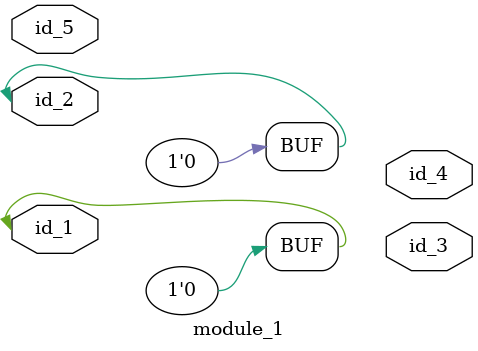
<source format=v>
module module_0;
  reg id_1 = 1 == -1, id_2, id_3 = 1;
  always if (1) #1 id_2 <= 1;
endmodule
module module_1 (
    id_1,
    id_2,
    id_3,
    id_4,
    id_5
);
  input wire id_5;
  output wire id_4;
  output wire id_3;
  inout wire id_2;
  inout wire id_1;
  assign id_1 = -1 & {1 ? id_2 : -1 | id_5, id_2}, id_2 = -1'h0;
  module_0 modCall_1 ();
  assign id_2 = -1;
  initial id_2 = id_2;
endmodule

</source>
